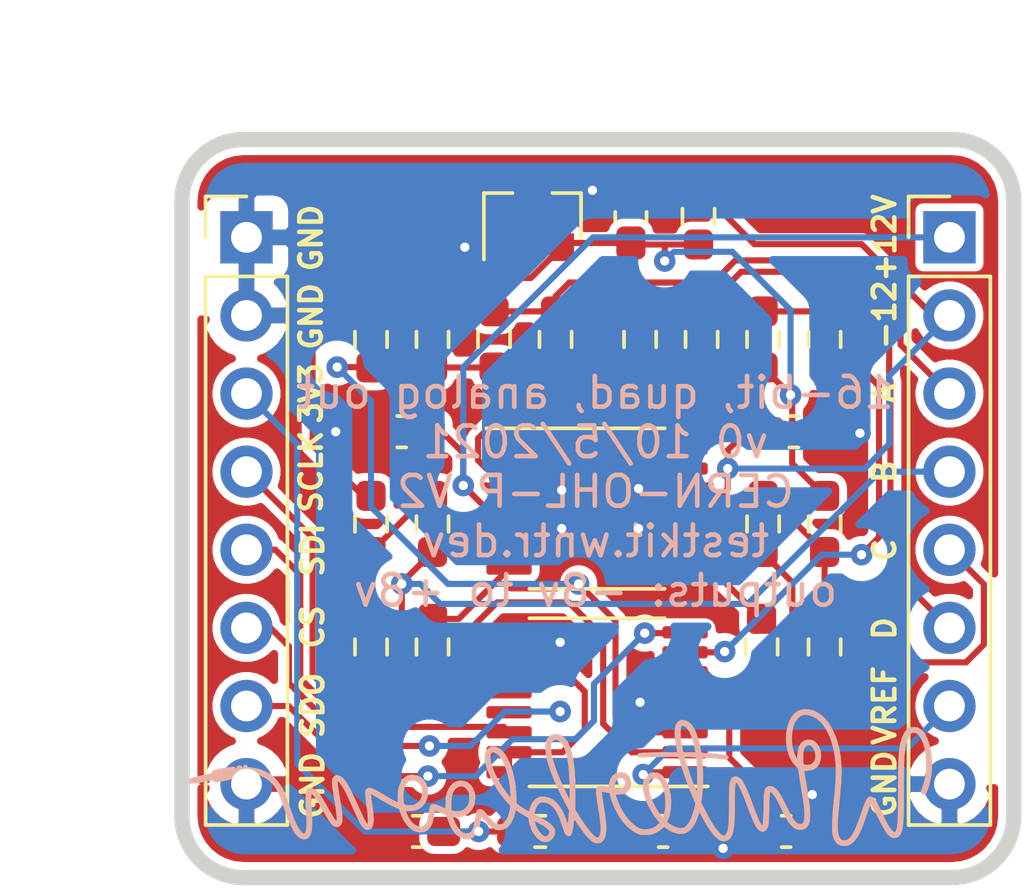
<source format=kicad_pcb>
(kicad_pcb (version 20171130) (host pcbnew "(5.1.10-1-10_14)")
  (title_block (title "Project name") (date 2021-09-17) (rev v0) (company Winterbloom) (comment 1 "CERN OHL-P V2") (comment 2 project.wntr.dev))
  (layers (0 F.Cu signal) (31 B.Cu signal) (34 B.Paste user) (35 F.Paste user) (36 B.SilkS user) (37 F.SilkS user) (38 B.Mask user) (39 F.Mask user) (44 Edge.Cuts user))
  (net 0 "")
  (net 1 +3.3VA)
  (net 2 GND)
  (net 3 +3V3)
  (net 4 -10V)
  (net 5 +12V)
  (net 6 -12V)
  (net 7 /SDO)
  (net 8 /CS)
  (net 9 /SDI)
  (net 10 /SCLK)
  (net 11 /VREF)
  (net 12 /OUT_D)
  (net 13 /OUT_C)
  (net 14 /OUT_B)
  (net 15 /OUT_A)
  (net 16 /DAC_OUT_A)
  (net 17 "Net-(R10-Pad2)")
  (net 18 /DAC_OUT_B)
  (net 19 "Net-(R11-Pad2)")
  (net 20 /DAC_OUT_C)
  (net 21 "Net-(R12-Pad2)")
  (net 22 /DAC_OUT_D)
  (net 23 "Net-(R13-Pad2)")
  (net 24 "Net-(R14-Pad2)")
  (net 25 "Net-(R15-Pad2)")
  (net 26 "Net-(R16-Pad2)")
  (net 27 "Net-(R17-Pad2)")
  (module winterbloom:Extra_Long_Wiggly_Boi_25mm (layer B.Cu) (at 149.85 124.25 180)
    (fp_text reference G*** hide)
    (fp_text value LOGO hide)
  )
  (module Resistor_SMD:R_0603_1608Metric_Pad0.98x0.95mm_HandSolder (layer F.Cu) (at 156.5 110 270)
    (fp_text reference R9 hide)
    (fp_text value 12.4k)
    (pad 2 smd roundrect (at 0.9125 0 270) (size 0.975 0.95) (layers F.Cu F.Paste F.Mask) (net 4 -10V))
    (pad 1 smd roundrect (at -0.9125 0 270) (size 0.975 0.95) (layers F.Cu F.Paste F.Mask) (net 23 "Net-(R13-Pad2)"))
  )
  (module Connector_PinHeader_2.54mm:PinHeader_1x08_P2.54mm_Vertical (layer F.Cu) (at 139.7 106.68)
    (fp_text reference J1 hide)
    (fp_text value Inputs)
    (pad 1 thru_hole rect (at 0 0) (size 1.7 1.7) (drill 1) (layers *.Cu *.Mask) (net 2 GND))
    (pad 2 thru_hole oval (at 0 2.54) (size 1.7 1.7) (drill 1) (layers *.Cu *.Mask) (net 2 GND))
    (pad 3 thru_hole oval (at 0 5.08) (size 1.7 1.7) (drill 1) (layers *.Cu *.Mask) (net 3 +3V3))
    (pad 4 thru_hole oval (at 0 7.62) (size 1.7 1.7) (drill 1) (layers *.Cu *.Mask) (net 10 /SCLK))
    (pad 5 thru_hole oval (at 0 10.16) (size 1.7 1.7) (drill 1) (layers *.Cu *.Mask) (net 9 /SDI))
    (pad 6 thru_hole oval (at 0 12.7) (size 1.7 1.7) (drill 1) (layers *.Cu *.Mask) (net 8 /CS))
    (pad 7 thru_hole oval (at 0 15.24) (size 1.7 1.7) (drill 1) (layers *.Cu *.Mask) (net 7 /SDO))
    (pad 8 thru_hole oval (at 0 17.78) (size 1.7 1.7) (drill 1) (layers *.Cu *.Mask) (net 2 GND))
  )
  (module Package_SO:TSSOP-14_4.4x5mm_P0.65mm (layer F.Cu) (at 151.1 115.5)
    (fp_text reference U3 hide)
    (fp_text value OPA4197)
    (pad 14 smd roundrect (at 2.8625 -1.95) (size 1.475 0.4) (layers F.Cu F.Paste F.Mask) (net 27 "Net-(R17-Pad2)"))
    (pad 13 smd roundrect (at 2.8625 -1.3) (size 1.475 0.4) (layers F.Cu F.Paste F.Mask) (net 23 "Net-(R13-Pad2)"))
    (pad 12 smd roundrect (at 2.8625 -0.65) (size 1.475 0.4) (layers F.Cu F.Paste F.Mask) (net 2 GND))
    (pad 11 smd roundrect (at 2.8625 0) (size 1.475 0.4) (layers F.Cu F.Paste F.Mask) (net 6 -12V))
    (pad 10 smd roundrect (at 2.8625 0.65) (size 1.475 0.4) (layers F.Cu F.Paste F.Mask) (net 2 GND))
    (pad 9 smd roundrect (at 2.8625 1.3) (size 1.475 0.4) (layers F.Cu F.Paste F.Mask) (net 21 "Net-(R12-Pad2)"))
    (pad 8 smd roundrect (at 2.8625 1.95) (size 1.475 0.4) (layers F.Cu F.Paste F.Mask) (net 26 "Net-(R16-Pad2)"))
    (pad 7 smd roundrect (at -2.8625 1.95) (size 1.475 0.4) (layers F.Cu F.Paste F.Mask) (net 25 "Net-(R15-Pad2)"))
    (pad 6 smd roundrect (at -2.8625 1.3) (size 1.475 0.4) (layers F.Cu F.Paste F.Mask) (net 19 "Net-(R11-Pad2)"))
    (pad 5 smd roundrect (at -2.8625 0.65) (size 1.475 0.4) (layers F.Cu F.Paste F.Mask) (net 2 GND))
    (pad 4 smd roundrect (at -2.8625 0) (size 1.475 0.4) (layers F.Cu F.Paste F.Mask) (net 5 +12V))
    (pad 3 smd roundrect (at -2.8625 -0.65) (size 1.475 0.4) (layers F.Cu F.Paste F.Mask) (net 2 GND))
    (pad 2 smd roundrect (at -2.8625 -1.3) (size 1.475 0.4) (layers F.Cu F.Paste F.Mask) (net 17 "Net-(R10-Pad2)"))
    (pad 1 smd roundrect (at -2.8625 -1.95) (size 1.475 0.4) (layers F.Cu F.Paste F.Mask) (net 24 "Net-(R14-Pad2)"))
  )
  (module Package_SO:TSSOP-16_4.4x5mm_P0.65mm (layer F.Cu) (at 151.1 121.8 180)
    (fp_text reference U2 hide)
    (fp_text value AD5685R?RUZ)
    (pad 16 smd roundrect (at 2.8625 -2.275 180) (size 1.475 0.4) (layers F.Cu F.Paste F.Mask) (net 3 +3V3))
    (pad 15 smd roundrect (at 2.8625 -1.625 180) (size 1.475 0.4) (layers F.Cu F.Paste F.Mask) (net 3 +3V3))
    (pad 14 smd roundrect (at 2.8625 -0.975 180) (size 1.475 0.4) (layers F.Cu F.Paste F.Mask) (net 9 /SDI))
    (pad 13 smd roundrect (at 2.8625 -0.325 180) (size 1.475 0.4) (layers F.Cu F.Paste F.Mask) (net 8 /CS))
    (pad 12 smd roundrect (at 2.8625 0.325 180) (size 1.475 0.4) (layers F.Cu F.Paste F.Mask) (net 10 /SCLK))
    (pad 11 smd roundrect (at 2.8625 0.975 180) (size 1.475 0.4) (layers F.Cu F.Paste F.Mask) (net 3 +3V3))
    (pad 10 smd roundrect (at 2.8625 1.625 180) (size 1.475 0.4) (layers F.Cu F.Paste F.Mask) (net 2 GND))
    (pad 9 smd roundrect (at 2.8625 2.275 180) (size 1.475 0.4) (layers F.Cu F.Paste F.Mask) (net 2 GND))
    (pad 8 smd roundrect (at -2.8625 2.275 180) (size 1.475 0.4) (layers F.Cu F.Paste F.Mask) (net 7 /SDO))
    (pad 7 smd roundrect (at -2.8625 1.625 180) (size 1.475 0.4) (layers F.Cu F.Paste F.Mask) (net 22 /DAC_OUT_D))
    (pad 6 smd roundrect (at -2.8625 0.975 180) (size 1.475 0.4) (layers F.Cu F.Paste F.Mask) (net 20 /DAC_OUT_C))
    (pad 5 smd roundrect (at -2.8625 0.325 180) (size 1.475 0.4) (layers F.Cu F.Paste F.Mask) (net 1 +3.3VA))
    (pad 4 smd roundrect (at -2.8625 -0.325 180) (size 1.475 0.4) (layers F.Cu F.Paste F.Mask) (net 2 GND))
    (pad 3 smd roundrect (at -2.8625 -0.975 180) (size 1.475 0.4) (layers F.Cu F.Paste F.Mask) (net 16 /DAC_OUT_A))
    (pad 2 smd roundrect (at -2.8625 -1.625 180) (size 1.475 0.4) (layers F.Cu F.Paste F.Mask) (net 18 /DAC_OUT_B))
    (pad 1 smd roundrect (at -2.8625 -2.275 180) (size 1.475 0.4) (layers F.Cu F.Paste F.Mask) (net 11 /VREF))
  )
  (module Package_TO_SOT_SMD:SOT-23 (layer F.Cu) (at 149 106 90)
    (fp_text reference U1 hide)
    (fp_text value LM4040-10)
    (pad 3 smd rect (at 1 0 90) (size 0.9 0.8) (layers F.Cu F.Paste F.Mask))
    (pad 2 smd rect (at -1 0.95 90) (size 0.9 0.8) (layers F.Cu F.Paste F.Mask) (net 4 -10V))
    (pad 1 smd rect (at -1 -0.95 90) (size 0.9 0.8) (layers F.Cu F.Paste F.Mask) (net 2 GND))
  )
  (module Resistor_SMD:R_0603_1608Metric_Pad0.98x0.95mm_HandSolder (layer F.Cu) (at 154.5 110 270)
    (fp_text reference R17 hide)
    (fp_text value 1k)
    (pad 2 smd roundrect (at 0.9125 0 270) (size 0.975 0.95) (layers F.Cu F.Paste F.Mask) (net 27 "Net-(R17-Pad2)"))
    (pad 1 smd roundrect (at -0.9125 0 270) (size 0.975 0.95) (layers F.Cu F.Paste F.Mask) (net 12 /OUT_D))
  )
  (module Resistor_SMD:R_0603_1608Metric_Pad0.98x0.95mm_HandSolder (layer F.Cu) (at 156.45 120 90)
    (fp_text reference R16 hide)
    (fp_text value 1k)
    (pad 2 smd roundrect (at 0.9125 0 90) (size 0.975 0.95) (layers F.Cu F.Paste F.Mask) (net 26 "Net-(R16-Pad2)"))
    (pad 1 smd roundrect (at -0.9125 0 90) (size 0.975 0.95) (layers F.Cu F.Paste F.Mask) (net 13 /OUT_C))
  )
  (module Resistor_SMD:R_0603_1608Metric_Pad0.98x0.95mm_HandSolder (layer F.Cu) (at 145.75 120 90)
    (fp_text reference R15 hide)
    (fp_text value 1k)
    (pad 2 smd roundrect (at 0.9125 0 90) (size 0.975 0.95) (layers F.Cu F.Paste F.Mask) (net 25 "Net-(R15-Pad2)"))
    (pad 1 smd roundrect (at -0.9125 0 90) (size 0.975 0.95) (layers F.Cu F.Paste F.Mask) (net 14 /OUT_B))
  )
  (module Resistor_SMD:R_0603_1608Metric_Pad0.98x0.95mm_HandSolder (layer F.Cu) (at 149.75 110 270)
    (fp_text reference R14 hide)
    (fp_text value 1k)
    (pad 2 smd roundrect (at 0.9125 0 270) (size 0.975 0.95) (layers F.Cu F.Paste F.Mask) (net 24 "Net-(R14-Pad2)"))
    (pad 1 smd roundrect (at -0.9125 0 270) (size 0.975 0.95) (layers F.Cu F.Paste F.Mask) (net 15 /OUT_A))
  )
  (module Resistor_SMD:R_0603_1608Metric_Pad0.98x0.95mm_HandSolder (layer F.Cu) (at 152.5 110 270)
    (fp_text reference R13 hide)
    (fp_text value 10k)
    (pad 2 smd roundrect (at 0.9125 0 270) (size 0.975 0.95) (layers F.Cu F.Paste F.Mask) (net 23 "Net-(R13-Pad2)"))
    (pad 1 smd roundrect (at -0.9125 0 270) (size 0.975 0.95) (layers F.Cu F.Paste F.Mask) (net 12 /OUT_D))
  )
  (module Resistor_SMD:R_0603_1608Metric_Pad0.98x0.95mm_HandSolder (layer F.Cu) (at 156.5 116 90)
    (fp_text reference R12 hide)
    (fp_text value 10k)
    (pad 2 smd roundrect (at 0.9125 0 90) (size 0.975 0.95) (layers F.Cu F.Paste F.Mask) (net 21 "Net-(R12-Pad2)"))
    (pad 1 smd roundrect (at -0.9125 0 90) (size 0.975 0.95) (layers F.Cu F.Paste F.Mask) (net 13 /OUT_C))
  )
  (module Resistor_SMD:R_0603_1608Metric_Pad0.98x0.95mm_HandSolder (layer F.Cu) (at 145.75 116 90)
    (fp_text reference R11 hide)
    (fp_text value 10k)
    (pad 2 smd roundrect (at 0.9125 0 90) (size 0.975 0.95) (layers F.Cu F.Paste F.Mask) (net 19 "Net-(R11-Pad2)"))
    (pad 1 smd roundrect (at -0.9125 0 90) (size 0.975 0.95) (layers F.Cu F.Paste F.Mask) (net 14 /OUT_B))
  )
  (module Resistor_SMD:R_0603_1608Metric_Pad0.98x0.95mm_HandSolder (layer F.Cu) (at 147.75 110 270)
    (fp_text reference R10 hide)
    (fp_text value 10k)
    (pad 2 smd roundrect (at 0.9125 0 270) (size 0.975 0.95) (layers F.Cu F.Paste F.Mask) (net 17 "Net-(R10-Pad2)"))
    (pad 1 smd roundrect (at -0.9125 0 270) (size 0.975 0.95) (layers F.Cu F.Paste F.Mask) (net 15 /OUT_A))
  )
  (module Resistor_SMD:R_0603_1608Metric_Pad0.98x0.95mm_HandSolder (layer F.Cu) (at 158.5 110 270)
    (fp_text reference R8 hide)
    (fp_text value 1.54k)
    (pad 2 smd roundrect (at 0.9125 0 270) (size 0.975 0.95) (layers F.Cu F.Paste F.Mask) (net 22 /DAC_OUT_D))
    (pad 1 smd roundrect (at -0.9125 0 270) (size 0.975 0.95) (layers F.Cu F.Paste F.Mask) (net 23 "Net-(R13-Pad2)"))
  )
  (module Resistor_SMD:R_0603_1608Metric_Pad0.98x0.95mm_HandSolder (layer F.Cu) (at 158.5 116 90)
    (fp_text reference R7 hide)
    (fp_text value 12.4k)
    (pad 2 smd roundrect (at 0.9125 0 90) (size 0.975 0.95) (layers F.Cu F.Paste F.Mask) (net 4 -10V))
    (pad 1 smd roundrect (at -0.9125 0 90) (size 0.975 0.95) (layers F.Cu F.Paste F.Mask) (net 21 "Net-(R12-Pad2)"))
  )
  (module Resistor_SMD:R_0603_1608Metric_Pad0.98x0.95mm_HandSolder (layer F.Cu) (at 158.5 120 270)
    (fp_text reference R6 hide)
    (fp_text value 1.54k)
    (pad 2 smd roundrect (at 0.9125 0 270) (size 0.975 0.95) (layers F.Cu F.Paste F.Mask) (net 20 /DAC_OUT_C))
    (pad 1 smd roundrect (at -0.9125 0 270) (size 0.975 0.95) (layers F.Cu F.Paste F.Mask) (net 21 "Net-(R12-Pad2)"))
  )
  (module Resistor_SMD:R_0603_1608Metric_Pad0.98x0.95mm_HandSolder (layer F.Cu) (at 143.75 116 90)
    (fp_text reference R5 hide)
    (fp_text value 12.4k)
    (pad 2 smd roundrect (at 0.9125 0 90) (size 0.975 0.95) (layers F.Cu F.Paste F.Mask) (net 4 -10V))
    (pad 1 smd roundrect (at -0.9125 0 90) (size 0.975 0.95) (layers F.Cu F.Paste F.Mask) (net 19 "Net-(R11-Pad2)"))
  )
  (module Resistor_SMD:R_0603_1608Metric_Pad0.98x0.95mm_HandSolder (layer F.Cu) (at 143.75 120 270)
    (fp_text reference R4 hide)
    (fp_text value 1.54k)
    (pad 2 smd roundrect (at 0.9125 0 270) (size 0.975 0.95) (layers F.Cu F.Paste F.Mask) (net 18 /DAC_OUT_B))
    (pad 1 smd roundrect (at -0.9125 0 270) (size 0.975 0.95) (layers F.Cu F.Paste F.Mask) (net 19 "Net-(R11-Pad2)"))
  )
  (module Resistor_SMD:R_0603_1608Metric_Pad0.98x0.95mm_HandSolder (layer F.Cu) (at 145.75 110 90)
    (fp_text reference R3 hide)
    (fp_text value 12.4k)
    (pad 2 smd roundrect (at 0.9125 0 90) (size 0.975 0.95) (layers F.Cu F.Paste F.Mask) (net 4 -10V))
    (pad 1 smd roundrect (at -0.9125 0 90) (size 0.975 0.95) (layers F.Cu F.Paste F.Mask) (net 17 "Net-(R10-Pad2)"))
  )
  (module Resistor_SMD:R_0603_1608Metric_Pad0.98x0.95mm_HandSolder (layer F.Cu) (at 143.75 110 270)
    (fp_text reference R2 hide)
    (fp_text value 1.54k)
    (pad 2 smd roundrect (at 0.9125 0 270) (size 0.975 0.95) (layers F.Cu F.Paste F.Mask) (net 16 /DAC_OUT_A))
    (pad 1 smd roundrect (at -0.9125 0 270) (size 0.975 0.95) (layers F.Cu F.Paste F.Mask) (net 17 "Net-(R10-Pad2)"))
  )
  (module Resistor_SMD:R_0603_1608Metric_Pad0.98x0.95mm_HandSolder (layer F.Cu) (at 154.4 106 90)
    (fp_text reference R1 hide)
    (fp_text value 270)
    (pad 2 smd roundrect (at 0.9125 0 90) (size 0.975 0.95) (layers F.Cu F.Paste F.Mask) (net 6 -12V))
    (pad 1 smd roundrect (at -0.9125 0 90) (size 0.975 0.95) (layers F.Cu F.Paste F.Mask) (net 4 -10V))
  )
  (module Connector_PinHeader_2.54mm:PinHeader_1x08_P2.54mm_Vertical (layer F.Cu) (at 162.56 106.68)
    (fp_text reference J2 hide)
    (fp_text value Outputs)
    (pad 8 thru_hole oval (at 0 17.78) (size 1.7 1.7) (drill 1) (layers *.Cu *.Mask) (net 2 GND))
    (pad 7 thru_hole oval (at 0 15.24) (size 1.7 1.7) (drill 1) (layers *.Cu *.Mask) (net 11 /VREF))
    (pad 6 thru_hole oval (at 0 12.7) (size 1.7 1.7) (drill 1) (layers *.Cu *.Mask) (net 12 /OUT_D))
    (pad 5 thru_hole oval (at 0 10.16) (size 1.7 1.7) (drill 1) (layers *.Cu *.Mask) (net 13 /OUT_C))
    (pad 4 thru_hole oval (at 0 7.62) (size 1.7 1.7) (drill 1) (layers *.Cu *.Mask) (net 14 /OUT_B))
    (pad 3 thru_hole oval (at 0 5.08) (size 1.7 1.7) (drill 1) (layers *.Cu *.Mask) (net 15 /OUT_A))
    (pad 2 thru_hole oval (at 0 2.54) (size 1.7 1.7) (drill 1) (layers *.Cu *.Mask) (net 6 -12V))
    (pad 1 thru_hole rect (at 0 0) (size 1.7 1.7) (drill 1) (layers *.Cu *.Mask) (net 5 +12V))
  )
  (module Inductor_SMD:L_0603_1608Metric_Pad1.05x0.95mm_HandSolder (layer F.Cu) (at 149.25 126 180)
    (fp_text reference FB1 hide)
    (fp_text value BEAD)
    (pad 2 smd roundrect (at 0.875 0 180) (size 1.05 0.95) (layers F.Cu F.Paste F.Mask) (net 3 +3V3))
    (pad 1 smd roundrect (at -0.875 0 180) (size 1.05 0.95) (layers F.Cu F.Paste F.Mask) (net 1 +3.3VA))
  )
  (module Capacitor_SMD:C_0603_1608Metric_Pad1.08x0.95mm_HandSolder (layer F.Cu) (at 157.5 113 180)
    (fp_text reference C6 hide)
    (fp_text value 0.1uF)
    (pad 2 smd roundrect (at 0.8625 0 180) (size 1.075 0.95) (layers F.Cu F.Paste F.Mask) (net 6 -12V))
    (pad 1 smd roundrect (at -0.8625 0 180) (size 1.075 0.95) (layers F.Cu F.Paste F.Mask) (net 2 GND))
  )
  (module Capacitor_SMD:C_0603_1608Metric_Pad1.08x0.95mm_HandSolder (layer F.Cu) (at 144.75 113)
    (fp_text reference C5 hide)
    (fp_text value 0.1uF)
    (pad 2 smd roundrect (at 0.8625 0) (size 1.075 0.95) (layers F.Cu F.Paste F.Mask) (net 5 +12V))
    (pad 1 smd roundrect (at -0.8625 0) (size 1.075 0.95) (layers F.Cu F.Paste F.Mask) (net 2 GND))
  )
  (module Capacitor_SMD:C_0603_1608Metric_Pad1.08x0.95mm_HandSolder (layer F.Cu) (at 152.2 106 270)
    (fp_text reference C4 hide)
    (fp_text value 0.1uF)
    (pad 2 smd roundrect (at 0.8625 0 270) (size 1.075 0.95) (layers F.Cu F.Paste F.Mask) (net 4 -10V))
    (pad 1 smd roundrect (at -0.8625 0 270) (size 1.075 0.95) (layers F.Cu F.Paste F.Mask) (net 2 GND))
  )
  (module Capacitor_SMD:C_0603_1608Metric_Pad1.08x0.95mm_HandSolder (layer F.Cu) (at 145.25 126)
    (fp_text reference C3 hide)
    (fp_text value 0.1uF)
    (pad 2 smd roundrect (at 0.8625 0) (size 1.075 0.95) (layers F.Cu F.Paste F.Mask) (net 3 +3V3))
    (pad 1 smd roundrect (at -0.8625 0) (size 1.075 0.95) (layers F.Cu F.Paste F.Mask) (net 2 GND))
  )
  (module Capacitor_SMD:C_0603_1608Metric_Pad1.08x0.95mm_HandSolder (layer F.Cu) (at 153.25 126 180)
    (fp_text reference C2 hide)
    (fp_text value 0.1uF)
    (pad 2 smd roundrect (at 0.8625 0 180) (size 1.075 0.95) (layers F.Cu F.Paste F.Mask) (net 1 +3.3VA))
    (pad 1 smd roundrect (at -0.8625 0 180) (size 1.075 0.95) (layers F.Cu F.Paste F.Mask) (net 2 GND))
  )
  (module Capacitor_SMD:C_0603_1608Metric_Pad1.08x0.95mm_HandSolder (layer F.Cu) (at 157.25 126 180)
    (fp_text reference C1 hide)
    (fp_text value 1uF)
    (pad 2 smd roundrect (at 0.8625 0 180) (size 1.075 0.95) (layers F.Cu F.Paste F.Mask) (net 1 +3.3VA))
    (pad 1 smd roundrect (at -0.8625 0 180) (size 1.075 0.95) (layers F.Cu F.Paste F.Mask) (net 2 GND))
  )
  (gr_text "16-bit, quad, analog out\nv0 10/5/2021\nCERN-OHL-P V2\ntestkit.wntr.dev\noutputs: -8v to +8v" (at 151.05 114.95) (layer B.SilkS) (effects (font (size 1 1)) (justify mirror)))
  (gr_text GND (at 160.45 124.45 90) (layer F.SilkS) (effects (font (size 0.7 0.7))))
  (gr_text VREF (at 160.45 121.9 90) (layer F.SilkS) (effects (font (size 0.7 0.7))))
  (gr_text D (at 160.45 119.4 90) (layer F.SilkS) (effects (font (size 0.7 0.7))))
  (gr_text C (at 160.45 116.85 90) (layer F.SilkS) (effects (font (size 0.7 0.7))))
  (gr_text B (at 160.45 114.3 90) (layer F.SilkS) (effects (font (size 0.7 0.7))))
  (gr_text A (at 160.45 111.75 90) (layer F.SilkS) (effects (font (size 0.7 0.7))))
  (gr_text -12 (at 160.45 109.2 90) (layer F.SilkS) (effects (font (size 0.7 0.7))))
  (gr_text +12V (at 160.45 106.7 90) (layer F.SilkS) (effects (font (size 0.7 0.7))))
  (gr_text GND (at 141.85 124.5 90) (layer F.SilkS) (effects (font (size 0.7 0.7))))
  (gr_text SDO (at 141.85 121.9 90) (layer F.SilkS) (effects (font (size 0.7 0.7))))
  (gr_text CS (at 141.85 119.35 90) (layer F.SilkS) (effects (font (size 0.7 0.7))))
  (gr_text SDI (at 141.85 116.85 90) (layer F.SilkS) (effects (font (size 0.7 0.7))))
  (gr_text SCLK (at 141.8 114.3 90) (layer F.SilkS) (effects (font (size 0.7 0.7))))
  (gr_text 3V3 (at 141.8 111.75 90) (layer F.SilkS) (effects (font (size 0.7 0.7))))
  (gr_text GND (at 141.8 109.25 90) (layer F.SilkS) (effects (font (size 0.7 0.7))))
  (gr_text GND (at 141.8 106.7 90) (layer F.SilkS) (effects (font (size 0.7 0.7))))
  (gr_arc (start 139.6 125.5) (end 137.6 125.5) (angle -90) (layer Edge.Cuts) (width 0.5))
  (gr_arc (start 162.65 125.5) (end 162.65 127.5) (angle -90) (layer Edge.Cuts) (width 0.5))
  (gr_arc (start 162.65 105.5) (end 164.65 105.5) (angle -90) (layer Edge.Cuts) (width 0.5))
  (gr_arc (start 139.6 105.5) (end 139.6 103.5) (angle -90) (layer Edge.Cuts) (width 0.5))
  (gr_line (start 137.6 125.5) (end 137.6 105.5) (layer Edge.Cuts) (width 0.5))
  (gr_line (start 162.65 127.5) (end 139.6 127.5) (layer Edge.Cuts) (width 0.5))
  (gr_line (start 164.65 105.5) (end 164.65 125.5) (layer Edge.Cuts) (width 0.5))
  (gr_line (start 139.6 103.5) (end 162.65 103.5) (layer Edge.Cuts) (width 0.5))
  (segment (start 152.3875 126) (end 150.125 126) (width 0.2) (layer F.Cu) (net 1))
  (segment (start 156.3875 126) (end 156.3875 124.5875) (width 0.2) (layer F.Cu) (net 1))
  (segment (start 156.3875 124.5875) (end 155.4 123.6) (width 0.2) (layer F.Cu) (net 1))
  (segment (start 154.7 121.475) (end 153.9625 121.475) (width 0.2) (layer F.Cu) (net 1))
  (segment (start 155.4 122.175) (end 154.7 121.475) (width 0.2) (layer F.Cu) (net 1))
  (segment (start 155.4 123.6) (end 155.4 122.175) (width 0.2) (layer F.Cu) (net 1))
  (segment (start 155.64249 125.25499) (end 156.3875 126) (width 0.2) (layer F.Cu) (net 1))
  (segment (start 153.13251 125.25499) (end 155.64249 125.25499) (width 0.2) (layer F.Cu) (net 1))
  (segment (start 152.3875 126) (end 153.13251 125.25499) (width 0.2) (layer F.Cu) (net 1))
  (via (at 159.65 113.05) (size 0.7) (drill 0.3) (layers F.Cu B.Cu) (net 2))
  (via (at 149.95 114.9) (size 0.7) (drill 0.3) (layers F.Cu B.Cu) (net 2))
  (via (at 152.45 116.15) (size 0.7) (drill 0.3) (layers F.Cu B.Cu) (net 2))
  (via (at 152.45 114.85) (size 0.7) (drill 0.3) (layers F.Cu B.Cu) (net 2))
  (via (at 149.95 116.15) (size 0.7) (drill 0.3) (layers F.Cu B.Cu) (net 2))
  (via (at 142.6 113) (size 0.7) (drill 0.3) (layers F.Cu B.Cu) (net 2))
  (via (at 146.8 107) (size 0.7) (drill 0.3) (layers F.Cu B.Cu) (net 2))
  (via (at 150.95 105.15) (size 0.7) (drill 0.3) (layers F.Cu B.Cu) (net 2))
  (via (at 155.2 126.55) (size 0.7) (drill 0.3) (layers F.Cu B.Cu) (net 2))
  (via (at 158.1 124.8) (size 0.7) (drill 0.3) (layers F.Cu B.Cu) (net 2))
  (via (at 149.9 119.85) (size 0.7) (drill 0.3) (layers F.Cu B.Cu) (net 2))
  (via (at 152.5 121.8) (size 0.7) (drill 0.3) (layers F.Cu B.Cu) (net 2))
  (segment (start 146.1125 126) (end 147.25 126) (width 0.2) (layer F.Cu) (net 3))
  (segment (start 148.375 124.2125) (end 148.2375 124.075) (width 0.2) (layer F.Cu) (net 3))
  (segment (start 148.375 126) (end 148.375 124.2125) (width 0.2) (layer F.Cu) (net 3))
  (segment (start 148.2375 124.075) (end 148.2375 123.425) (width 0.2) (layer F.Cu) (net 3))
  (segment (start 148.2375 120.825) (end 150.075 120.825) (width 0.2) (layer F.Cu) (net 3))
  (segment (start 150.075 120.825) (end 150.7 121.45) (width 0.2) (layer F.Cu) (net 3))
  (segment (start 150.7 121.45) (end 150.7 122.7) (width 0.2) (layer F.Cu) (net 3))
  (segment (start 149.975 123.425) (end 148.2375 123.425) (width 0.2) (layer F.Cu) (net 3))
  (segment (start 150.7 122.7) (end 149.975 123.425) (width 0.2) (layer F.Cu) (net 3))
  (segment (start 147.25 126) (end 148.375 126) (width 0.2) (layer F.Cu) (net 3))
  (via (at 147.25 126) (size 0.7) (drill 0.3) (layers F.Cu B.Cu) (net 3))
  (segment (start 147.25 126) (end 143.55 126) (width 0.2) (layer B.Cu) (net 3))
  (segment (start 143.55 126) (end 141.35 123.8) (width 0.2) (layer B.Cu) (net 3))
  (segment (start 141.35 113.41) (end 139.7 111.76) (width 0.2) (layer B.Cu) (net 3))
  (segment (start 141.35 123.8) (end 141.35 113.41) (width 0.2) (layer B.Cu) (net 3))
  (segment (start 152.25 106.9125) (end 152.2 106.8625) (width 0.2) (layer F.Cu) (net 4))
  (segment (start 150.0875 106.8625) (end 149.95 107) (width 0.2) (layer F.Cu) (net 4))
  (segment (start 152.2 106.8625) (end 150.0875 106.8625) (width 0.2) (layer F.Cu) (net 4))
  (segment (start 145.75 109.0875) (end 145.8125 109.0875) (width 0.2) (layer F.Cu) (net 4))
  (segment (start 145.8125 109.0875) (end 146.9 108) (width 0.2) (layer F.Cu) (net 4))
  (segment (start 148.95 108) (end 149.95 107) (width 0.2) (layer F.Cu) (net 4))
  (segment (start 146.9 108) (end 148.95 108) (width 0.2) (layer F.Cu) (net 4))
  (segment (start 143.75 115.0875) (end 143.4875 115.0875) (width 0.2) (layer F.Cu) (net 4))
  (segment (start 143.4875 115.0875) (end 141.85 113.45) (width 0.2) (layer F.Cu) (net 4))
  (segment (start 141.85 113.45) (end 141.85 109.25) (width 0.2) (layer F.Cu) (net 4))
  (segment (start 141.85 109.25) (end 142.95 108.15) (width 0.2) (layer F.Cu) (net 4))
  (segment (start 144.8125 108.15) (end 145.75 109.0875) (width 0.2) (layer F.Cu) (net 4))
  (segment (start 142.95 108.15) (end 144.8125 108.15) (width 0.2) (layer F.Cu) (net 4))
  (segment (start 158.5 115.0875) (end 158.8625 115.0875) (width 0.2) (layer F.Cu) (net 4))
  (segment (start 157.4875 111.9) (end 157.39375 111.80625) (width 0.2) (layer F.Cu) (net 4))
  (segment (start 157.39375 111.80625) (end 156.5 110.9125) (width 0.2) (layer F.Cu) (net 4))
  (via (at 157.39375 111.80625) (size 0.7) (drill 0.3) (layers F.Cu B.Cu) (net 4))
  (segment (start 157.39375 111.80625) (end 157.39375 109.04375) (width 0.2) (layer B.Cu) (net 4))
  (segment (start 157.39375 109.04375) (end 155.5 107.15) (width 0.2) (layer B.Cu) (net 4))
  (via (at 153.3 107.45) (size 0.7) (drill 0.3) (layers F.Cu B.Cu) (net 4))
  (segment (start 153.6 107.15) (end 153.3 107.45) (width 0.2) (layer B.Cu) (net 4))
  (segment (start 155.5 107.15) (end 153.6 107.15) (width 0.2) (layer B.Cu) (net 4))
  (segment (start 153.3 106.95) (end 153.3375 106.9125) (width 0.2) (layer F.Cu) (net 4))
  (segment (start 153.3375 106.9125) (end 152.25 106.9125) (width 0.2) (layer F.Cu) (net 4))
  (segment (start 153.3 107.45) (end 153.3 106.95) (width 0.2) (layer F.Cu) (net 4))
  (segment (start 154.4 106.9125) (end 153.3375 106.9125) (width 0.2) (layer F.Cu) (net 4))
  (segment (start 157.44501 114.03251) (end 158.5 115.0875) (width 0.2) (layer F.Cu) (net 4))
  (segment (start 157.44501 111.85751) (end 157.44501 114.03251) (width 0.2) (layer F.Cu) (net 4))
  (segment (start 157.39375 111.80625) (end 157.44501 111.85751) (width 0.2) (layer F.Cu) (net 4))
  (segment (start 145.6125 113) (end 146.05 113) (width 0.2) (layer F.Cu) (net 5))
  (segment (start 146.05 113) (end 146.75 113.7) (width 0.2) (layer F.Cu) (net 5))
  (segment (start 147.5 115.5) (end 148.2375 115.5) (width 0.2) (layer F.Cu) (net 5))
  (segment (start 146.75 114.75) (end 147.5 115.5) (width 0.2) (layer F.Cu) (net 5))
  (segment (start 146.75 113.7) (end 146.75 114.75) (width 0.2) (layer F.Cu) (net 5))
  (segment (start 162.56 106.68) (end 150.97 106.68) (width 0.2) (layer B.Cu) (net 5))
  (segment (start 146.75 110.9) (end 146.75 114.75) (width 0.2) (layer B.Cu) (net 5))
  (via (at 146.75 114.75) (size 0.7) (drill 0.3) (layers F.Cu B.Cu) (net 5))
  (segment (start 150.97 106.68) (end 146.75 110.9) (width 0.2) (layer B.Cu) (net 5))
  (segment (start 154.7 115.5) (end 155.35 114.85) (width 0.2) (layer F.Cu) (net 6))
  (segment (start 153.9625 115.5) (end 154.7 115.5) (width 0.2) (layer F.Cu) (net 6))
  (segment (start 155.95 113) (end 156.6375 113) (width 0.2) (layer F.Cu) (net 6))
  (segment (start 155.35 113.6) (end 155.95 113) (width 0.2) (layer F.Cu) (net 6))
  (segment (start 162.56 109.22) (end 162.02 109.22) (width 0.2) (layer F.Cu) (net 6))
  (segment (start 162.02 109.22) (end 159.7 106.9) (width 0.2) (layer F.Cu) (net 6))
  (segment (start 156.2125 106.9) (end 154.4 105.0875) (width 0.2) (layer F.Cu) (net 6))
  (segment (start 159.7 106.9) (end 156.2125 106.9) (width 0.2) (layer F.Cu) (net 6))
  (via (at 155.35 114.2) (size 0.7) (drill 0.3) (layers F.Cu B.Cu) (net 6))
  (segment (start 155.35 114.2) (end 155.35 113.6) (width 0.2) (layer F.Cu) (net 6))
  (segment (start 155.35 114.85) (end 155.35 114.2) (width 0.2) (layer F.Cu) (net 6))
  (segment (start 160.6 111.18) (end 162.56 109.22) (width 0.2) (layer B.Cu) (net 6))
  (segment (start 160.6 113.4) (end 160.6 111.18) (width 0.2) (layer B.Cu) (net 6))
  (segment (start 159.8 114.2) (end 160.6 113.4) (width 0.2) (layer B.Cu) (net 6))
  (segment (start 155.35 114.2) (end 159.8 114.2) (width 0.2) (layer B.Cu) (net 6))
  (segment (start 139.7 121.92) (end 141.07 121.92) (width 0.2) (layer F.Cu) (net 7))
  (via (at 145.6 124.2) (size 0.7) (drill 0.3) (layers F.Cu B.Cu) (net 7))
  (segment (start 143.35 124.2) (end 145.6 124.2) (width 0.2) (layer F.Cu) (net 7))
  (segment (start 141.07 121.92) (end 143.35 124.2) (width 0.2) (layer F.Cu) (net 7))
  (segment (start 145.6 124.2) (end 147.15 124.2) (width 0.2) (layer B.Cu) (net 7))
  (segment (start 147.15 124.2) (end 148.35 123) (width 0.2) (layer B.Cu) (net 7))
  (segment (start 148.35 123) (end 150.4 123) (width 0.2) (layer B.Cu) (net 7))
  (segment (start 150.4 123) (end 151 122.4) (width 0.2) (layer B.Cu) (net 7))
  (via (at 152.65 119.55) (size 0.7) (drill 0.3) (layers F.Cu B.Cu) (net 7))
  (segment (start 151 121.2) (end 152.65 119.55) (width 0.2) (layer B.Cu) (net 7))
  (segment (start 151 122.4) (end 151 121.2) (width 0.2) (layer B.Cu) (net 7))
  (segment (start 153.9375 119.55) (end 153.9625 119.525) (width 0.2) (layer F.Cu) (net 7))
  (segment (start 152.65 119.55) (end 153.9375 119.55) (width 0.2) (layer F.Cu) (net 7))
  (via (at 145.65 123.22) (size 0.7) (drill 0.3) (layers F.Cu B.Cu) (net 8))
  (segment (start 145.65 123.22) (end 146.98 123.22) (width 0.2) (layer B.Cu) (net 8))
  (via (at 149.9 122.1) (size 0.7) (drill 0.3) (layers F.Cu B.Cu) (net 8))
  (segment (start 148.1 122.1) (end 149.9 122.1) (width 0.2) (layer B.Cu) (net 8))
  (segment (start 146.98 123.22) (end 148.1 122.1) (width 0.2) (layer B.Cu) (net 8))
  (segment (start 148.2625 122.1) (end 148.2375 122.125) (width 0.2) (layer F.Cu) (net 8))
  (segment (start 149.9 122.1) (end 148.2625 122.1) (width 0.2) (layer F.Cu) (net 8))
  (segment (start 141.296738 121.393282) (end 143.123456 123.22) (width 0.2) (layer F.Cu) (net 8))
  (segment (start 139.7 119.38) (end 140.48 119.38) (width 0.2) (layer F.Cu) (net 8))
  (segment (start 140.48 119.38) (end 141.07999 119.97999) (width 0.2) (layer F.Cu) (net 8))
  (segment (start 141.07999 119.97999) (end 141.07999 121.176535) (width 0.2) (layer F.Cu) (net 8))
  (segment (start 141.07999 121.176535) (end 141.296738 121.393282) (width 0.2) (layer F.Cu) (net 8))
  (segment (start 143.123456 123.22) (end 145.65 123.22) (width 0.2) (layer F.Cu) (net 8))
  (segment (start 139.7 116.84) (end 140.64 116.84) (width 0.2) (layer F.Cu) (net 9))
  (segment (start 140.64 116.84) (end 141.45 117.65) (width 0.2) (layer F.Cu) (net 9))
  (segment (start 141.45 117.65) (end 141.45 121.023272) (width 0.2) (layer F.Cu) (net 9))
  (segment (start 143.026728 122.6) (end 148.0625 122.6) (width 0.2) (layer F.Cu) (net 9))
  (segment (start 148.0625 122.6) (end 148.2375 122.775) (width 0.2) (layer F.Cu) (net 9))
  (segment (start 141.45 121.023272) (end 143.026728 122.6) (width 0.2) (layer F.Cu) (net 9))
  (segment (start 143.125 122.175) (end 141.85 120.9) (width 0.2) (layer F.Cu) (net 10))
  (segment (start 146.8 122.175) (end 143.125 122.175) (width 0.2) (layer F.Cu) (net 10))
  (segment (start 148.2375 121.475) (end 147.5 121.475) (width 0.2) (layer F.Cu) (net 10))
  (segment (start 147.5 121.475) (end 146.8 122.175) (width 0.2) (layer F.Cu) (net 10))
  (segment (start 141.85 120.9) (end 141.85 116.45) (width 0.2) (layer F.Cu) (net 10))
  (segment (start 141.85 116.45) (end 139.7 114.3) (width 0.2) (layer F.Cu) (net 10))
  (via (at 152.6 124.15) (size 0.7) (drill 0.3) (layers F.Cu B.Cu) (net 11))
  (segment (start 152.675 124.075) (end 152.6 124.15) (width 0.2) (layer F.Cu) (net 11))
  (segment (start 153.9625 124.075) (end 152.675 124.075) (width 0.2) (layer F.Cu) (net 11))
  (segment (start 152.6 124.15) (end 153.45 123.3) (width 0.2) (layer B.Cu) (net 11))
  (segment (start 161.18 123.3) (end 162.56 121.92) (width 0.2) (layer B.Cu) (net 11))
  (segment (start 153.45 123.3) (end 161.18 123.3) (width 0.2) (layer B.Cu) (net 11))
  (segment (start 152.5 109.0875) (end 154.5 109.0875) (width 0.2) (layer F.Cu) (net 12))
  (segment (start 160.6 109.25) (end 159.15 107.8) (width 0.2) (layer F.Cu) (net 12))
  (segment (start 160.640012 117.460012) (end 160.640012 111.366738) (width 0.2) (layer F.Cu) (net 12))
  (segment (start 162.56 119.38) (end 160.640012 117.460012) (width 0.2) (layer F.Cu) (net 12))
  (segment (start 160.640012 111.366738) (end 160.6 111.326726) (width 0.2) (layer F.Cu) (net 12))
  (segment (start 159.15 107.8) (end 155.7875 107.8) (width 0.2) (layer F.Cu) (net 12))
  (segment (start 160.6 111.326726) (end 160.6 109.25) (width 0.2) (layer F.Cu) (net 12))
  (segment (start 155.7875 107.8) (end 154.5 109.0875) (width 0.2) (layer F.Cu) (net 12))
  (segment (start 156.5 116.9125) (end 156.5 116.95) (width 0.2) (layer F.Cu) (net 13))
  (segment (start 156.5 116.95) (end 157.45 117.9) (width 0.2) (layer F.Cu) (net 13))
  (segment (start 157.45 119.9125) (end 156.45 120.9125) (width 0.2) (layer F.Cu) (net 13))
  (segment (start 157.45 117.9) (end 157.45 119.9125) (width 0.2) (layer F.Cu) (net 13))
  (segment (start 162.4875 116.9125) (end 162.56 116.84) (width 0.2) (layer F.Cu) (net 13))
  (segment (start 157.45 119.9125) (end 160.8625 119.9125) (width 0.2) (layer F.Cu) (net 13))
  (segment (start 163.680001 117.960001) (end 162.56 116.84) (width 0.2) (layer F.Cu) (net 13))
  (segment (start 163.097601 120.500001) (end 163.680001 119.917601) (width 0.2) (layer F.Cu) (net 13))
  (segment (start 161.450001 120.500001) (end 163.097601 120.500001) (width 0.2) (layer F.Cu) (net 13))
  (segment (start 163.680001 119.917601) (end 163.680001 117.960001) (width 0.2) (layer F.Cu) (net 13))
  (segment (start 160.8625 119.9125) (end 161.450001 120.500001) (width 0.2) (layer F.Cu) (net 13))
  (segment (start 145.75 120.9125) (end 144.75 119.9125) (width 0.2) (layer F.Cu) (net 14))
  (segment (start 144.75 117.9125) (end 145.75 116.9125) (width 0.2) (layer F.Cu) (net 14))
  (segment (start 144.75 119.9125) (end 144.75 117.95) (width 0.2) (layer F.Cu) (net 14))
  (segment (start 144.75 117.95) (end 144.75 117.9125) (width 0.2) (layer F.Cu) (net 14))
  (via (at 144.75 117.95) (size 0.7) (drill 0.3) (layers F.Cu B.Cu) (net 14))
  (segment (start 144.75 117.95) (end 145.35 117.95) (width 0.2) (layer B.Cu) (net 14))
  (segment (start 145.35 117.95) (end 146 118.6) (width 0.2) (layer B.Cu) (net 14))
  (segment (start 146 118.6) (end 156 118.6) (width 0.2) (layer B.Cu) (net 14))
  (segment (start 160.3 114.3) (end 162.56 114.3) (width 0.2) (layer B.Cu) (net 14))
  (segment (start 156 118.6) (end 160.3 114.3) (width 0.2) (layer B.Cu) (net 14))
  (segment (start 147.75 109.0875) (end 149.75 109.0875) (width 0.2) (layer F.Cu) (net 15))
  (segment (start 159.303263 107.429989) (end 160.970011 109.096737) (width 0.2) (layer F.Cu) (net 15))
  (segment (start 160.970011 109.096737) (end 160.970011 110.170011) (width 0.2) (layer F.Cu) (net 15))
  (segment (start 149.75 109.0875) (end 149.75 108.6) (width 0.2) (layer F.Cu) (net 15))
  (segment (start 150.2 108.15) (end 154.876726 108.15) (width 0.2) (layer F.Cu) (net 15))
  (segment (start 149.75 108.6) (end 150.2 108.15) (width 0.2) (layer F.Cu) (net 15))
  (segment (start 160.970011 110.170011) (end 162.56 111.76) (width 0.2) (layer F.Cu) (net 15))
  (segment (start 154.876726 108.15) (end 155.596737 107.429989) (width 0.2) (layer F.Cu) (net 15))
  (segment (start 155.596737 107.429989) (end 159.303263 107.429989) (width 0.2) (layer F.Cu) (net 15))
  (via (at 150.5 117.95) (size 0.7) (drill 0.3) (layers F.Cu B.Cu) (net 16))
  (segment (start 150.5 118.05) (end 150.5 117.95) (width 0.2) (layer F.Cu) (net 16))
  (segment (start 150.5 117.95) (end 146.25 117.95) (width 0.2) (layer B.Cu) (net 16))
  (segment (start 146.25 117.95) (end 143.75 115.45) (width 0.2) (layer B.Cu) (net 16))
  (via (at 142.65 110.9) (size 0.7) (drill 0.3) (layers F.Cu B.Cu) (net 16))
  (segment (start 143.75 112) (end 142.65 110.9) (width 0.2) (layer B.Cu) (net 16))
  (segment (start 143.75 115.45) (end 143.75 112) (width 0.2) (layer B.Cu) (net 16))
  (segment (start 143.7375 110.9) (end 143.75 110.9125) (width 0.2) (layer F.Cu) (net 16))
  (segment (start 142.65 110.9) (end 143.7375 110.9) (width 0.2) (layer F.Cu) (net 16))
  (segment (start 153.9625 122.775) (end 152.225 122.775) (width 0.2) (layer F.Cu) (net 16))
  (segment (start 152.225 122.775) (end 151.7 122.25) (width 0.2) (layer F.Cu) (net 16))
  (segment (start 151.7 119.15) (end 150.5 117.95) (width 0.2) (layer F.Cu) (net 16))
  (segment (start 151.7 122.25) (end 151.7 119.15) (width 0.2) (layer F.Cu) (net 16))
  (segment (start 147.22999 113.92999) (end 147.22999 113.22001) (width 0.2) (layer F.Cu) (net 17))
  (segment (start 147.5 114.2) (end 147.22999 113.92999) (width 0.2) (layer F.Cu) (net 17))
  (segment (start 148.2375 114.2) (end 147.5 114.2) (width 0.2) (layer F.Cu) (net 17))
  (segment (start 147.75 112.7) (end 147.75 110.9125) (width 0.2) (layer F.Cu) (net 17))
  (segment (start 147.22999 113.22001) (end 147.75 112.7) (width 0.2) (layer F.Cu) (net 17))
  (segment (start 147.75 110.9125) (end 145.75 110.9125) (width 0.2) (layer F.Cu) (net 17))
  (segment (start 145.575 110.9125) (end 143.75 109.0875) (width 0.2) (layer F.Cu) (net 17))
  (segment (start 145.75 110.9125) (end 145.575 110.9125) (width 0.2) (layer F.Cu) (net 17))
  (segment (start 147.85 118.55) (end 146.85 119.55) (width 0.2) (layer F.Cu) (net 18))
  (segment (start 150.182396 118.55) (end 147.85 118.55) (width 0.2) (layer F.Cu) (net 18))
  (segment (start 146.85 119.55) (end 146.85 121.35) (width 0.2) (layer F.Cu) (net 18))
  (segment (start 146.52999 121.67001) (end 144.50751 121.67001) (width 0.2) (layer F.Cu) (net 18))
  (segment (start 146.85 121.35) (end 146.52999 121.67001) (width 0.2) (layer F.Cu) (net 18))
  (segment (start 144.50751 121.67001) (end 143.75 120.9125) (width 0.2) (layer F.Cu) (net 18))
  (segment (start 153.9625 123.425) (end 152.225 123.425) (width 0.2) (layer F.Cu) (net 18))
  (segment (start 152.225 123.425) (end 151.3 122.5) (width 0.2) (layer F.Cu) (net 18))
  (segment (start 151.3 119.667604) (end 150.182396 118.55) (width 0.2) (layer F.Cu) (net 18))
  (segment (start 151.3 122.5) (end 151.3 119.667604) (width 0.2) (layer F.Cu) (net 18))
  (segment (start 147.4625 116.8) (end 145.75 115.0875) (width 0.2) (layer F.Cu) (net 19))
  (segment (start 148.2375 116.8) (end 147.4625 116.8) (width 0.2) (layer F.Cu) (net 19))
  (segment (start 145.575 115.0875) (end 143.75 116.9125) (width 0.2) (layer F.Cu) (net 19))
  (segment (start 145.75 115.0875) (end 145.575 115.0875) (width 0.2) (layer F.Cu) (net 19))
  (segment (start 143.75 119.0875) (end 143.75 116.9125) (width 0.2) (layer F.Cu) (net 19))
  (segment (start 153.9625 120.825) (end 154.625 120.825) (width 0.2) (layer F.Cu) (net 20))
  (segment (start 157.6125 121.8) (end 158.5 120.9125) (width 0.2) (layer F.Cu) (net 20))
  (segment (start 155.6 121.8) (end 157.6125 121.8) (width 0.2) (layer F.Cu) (net 20))
  (segment (start 154.625 120.825) (end 155.6 121.8) (width 0.2) (layer F.Cu) (net 20))
  (segment (start 153.9625 116.8) (end 155.25 116.8) (width 0.2) (layer F.Cu) (net 21))
  (segment (start 156.5 115.55) (end 156.5 115.0875) (width 0.2) (layer F.Cu) (net 21))
  (segment (start 155.25 116.8) (end 156.5 115.55) (width 0.2) (layer F.Cu) (net 21))
  (segment (start 156.675 115.0875) (end 158.5 116.9125) (width 0.2) (layer F.Cu) (net 21))
  (segment (start 156.5 115.0875) (end 156.675 115.0875) (width 0.2) (layer F.Cu) (net 21))
  (segment (start 158.5 116.9125) (end 158.5 119.0875) (width 0.2) (layer F.Cu) (net 21))
  (segment (start 155.225 120.175) (end 155.25 120.15) (width 0.2) (layer F.Cu) (net 22))
  (segment (start 155.25 120.15) (end 158.4 117) (width 0.2) (layer B.Cu) (net 22))
  (segment (start 158.4 117) (end 159.7 117) (width 0.2) (layer B.Cu) (net 22))
  (via (at 159.7 117) (size 0.7) (drill 0.3) (layers F.Cu B.Cu) (net 22))
  (segment (start 153.9625 120.175) (end 155.225 120.175) (width 0.2) (layer F.Cu) (net 22))
  (via (at 155.25 120.15) (size 0.7) (drill 0.3) (layers F.Cu B.Cu) (net 22))
  (segment (start 158.5 110.9125) (end 159.6625 110.9125) (width 0.2) (layer F.Cu) (net 22))
  (segment (start 159.6625 110.9125) (end 160.270001 111.520001) (width 0.2) (layer F.Cu) (net 22))
  (segment (start 160.270001 111.520001) (end 160.270001 116.429999) (width 0.2) (layer F.Cu) (net 22))
  (segment (start 160.270001 116.429999) (end 159.7 117) (width 0.2) (layer F.Cu) (net 22))
  (segment (start 152.5 113.475) (end 152.5 110.9125) (width 0.2) (layer F.Cu) (net 23))
  (segment (start 153.225 114.2) (end 152.5 113.475) (width 0.2) (layer F.Cu) (net 23))
  (segment (start 153.9625 114.2) (end 153.225 114.2) (width 0.2) (layer F.Cu) (net 23))
  (segment (start 152.5 110.9125) (end 153.25751 110.15499) (width 0.2) (layer F.Cu) (net 23))
  (segment (start 153.25751 110.15499) (end 155.43251 110.15499) (width 0.2) (layer F.Cu) (net 23))
  (segment (start 156.5 109.0875) (end 158.5 109.0875) (width 0.2) (layer F.Cu) (net 23))
  (segment (start 155.43251 110.15499) (end 156.5 109.0875) (width 0.2) (layer F.Cu) (net 23))
  (segment (start 149.75 112.0375) (end 149.75 110.9125) (width 0.2) (layer F.Cu) (net 24))
  (segment (start 148.2375 113.55) (end 149.75 112.0375) (width 0.2) (layer F.Cu) (net 24))
  (segment (start 146.6 119.0875) (end 148.2375 117.45) (width 0.2) (layer F.Cu) (net 25))
  (segment (start 145.75 119.0875) (end 146.6 119.0875) (width 0.2) (layer F.Cu) (net 25))
  (segment (start 154.8125 117.45) (end 156.45 119.0875) (width 0.2) (layer F.Cu) (net 26))
  (segment (start 153.9625 117.45) (end 154.8125 117.45) (width 0.2) (layer F.Cu) (net 26))
  (segment (start 154.5 113.0125) (end 154.5 110.9125) (width 0.2) (layer F.Cu) (net 27))
  (segment (start 153.9625 113.55) (end 154.5 113.0125) (width 0.2) (layer F.Cu) (net 27))
  (zone (net 2) (net_name GND) (layer F.Cu) (connect_pads thru_hole_only (clearance 0.254)) (min_thickness 0.254) (fill yes (arc_segments 32) (thermal_gap 0.508) (thermal_bridge_width 0.508))
    (polygon (pts (xy 165 128) (xy 137 128) (xy 137 103) (xy 165 103)))
  )
  (zone (net 2) (net_name GND) (layer B.Cu) (connect_pads (clearance 0.508)) (min_thickness 0.254) (fill yes (arc_segments 32) (thermal_gap 0.508) (thermal_bridge_width 0.508))
    (polygon (pts (xy 165 128) (xy 137 128) (xy 137 103) (xy 165 103)))
  )
)
</source>
